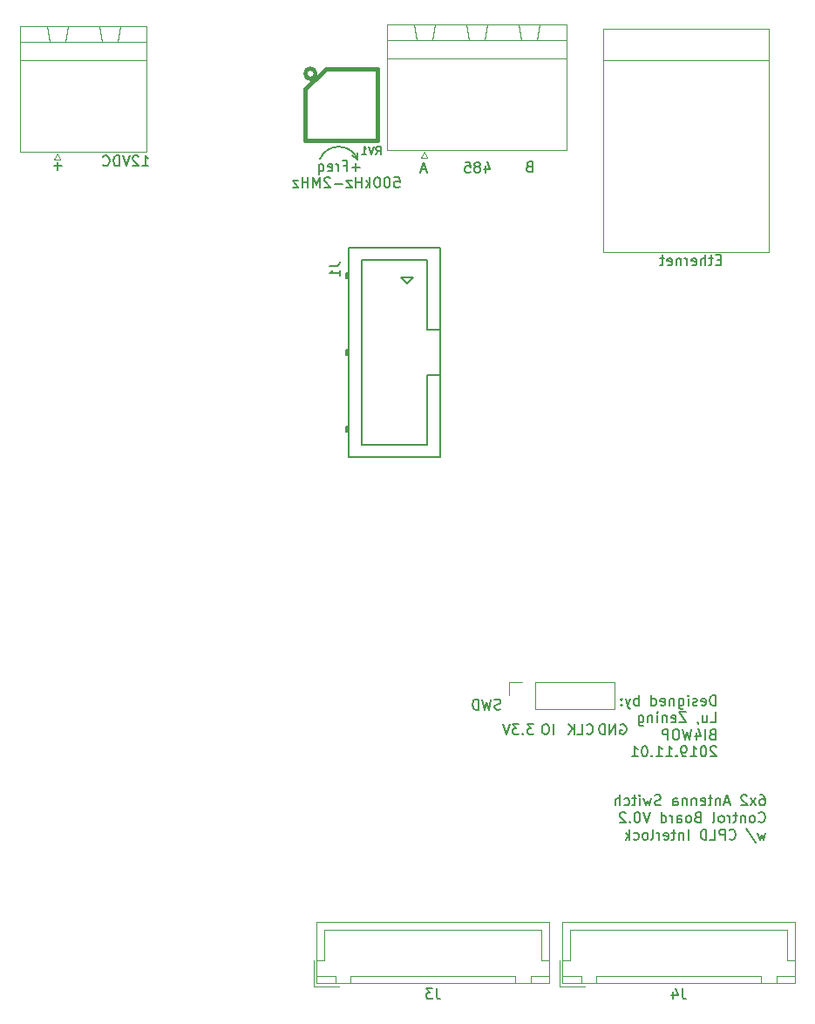
<source format=gbr>
%TF.GenerationSoftware,KiCad,Pcbnew,(5.1.4)-1*%
%TF.CreationDate,2019-11-01T19:47:46+08:00*%
%TF.ProjectId,AntennaSwitch_6x2,416e7465-6e6e-4615-9377-697463685f36,rev?*%
%TF.SameCoordinates,Original*%
%TF.FileFunction,Legend,Bot*%
%TF.FilePolarity,Positive*%
%FSLAX46Y46*%
G04 Gerber Fmt 4.6, Leading zero omitted, Abs format (unit mm)*
G04 Created by KiCad (PCBNEW (5.1.4)-1) date 2019-11-01 19:47:46*
%MOMM*%
%LPD*%
G04 APERTURE LIST*
%ADD10C,0.150000*%
%ADD11C,0.170000*%
%ADD12C,0.381000*%
%ADD13C,0.120000*%
%ADD14C,0.152400*%
G04 APERTURE END LIST*
D10*
X104798642Y-112990261D02*
X104655785Y-113037880D01*
X104417690Y-113037880D01*
X104322452Y-112990261D01*
X104274833Y-112942642D01*
X104227214Y-112847404D01*
X104227214Y-112752166D01*
X104274833Y-112656928D01*
X104322452Y-112609309D01*
X104417690Y-112561690D01*
X104608166Y-112514071D01*
X104703404Y-112466452D01*
X104751023Y-112418833D01*
X104798642Y-112323595D01*
X104798642Y-112228357D01*
X104751023Y-112133119D01*
X104703404Y-112085500D01*
X104608166Y-112037880D01*
X104370071Y-112037880D01*
X104227214Y-112085500D01*
X103893880Y-112037880D02*
X103655785Y-113037880D01*
X103465309Y-112323595D01*
X103274833Y-113037880D01*
X103036738Y-112037880D01*
X102655785Y-113037880D02*
X102655785Y-112037880D01*
X102417690Y-112037880D01*
X102274833Y-112085500D01*
X102179595Y-112180738D01*
X102131976Y-112275976D01*
X102084357Y-112466452D01*
X102084357Y-112609309D01*
X102131976Y-112799785D01*
X102179595Y-112895023D01*
X102274833Y-112990261D01*
X102417690Y-113037880D01*
X102655785Y-113037880D01*
X125699204Y-112632980D02*
X125699204Y-111632980D01*
X125461109Y-111632980D01*
X125318252Y-111680600D01*
X125223014Y-111775838D01*
X125175395Y-111871076D01*
X125127776Y-112061552D01*
X125127776Y-112204409D01*
X125175395Y-112394885D01*
X125223014Y-112490123D01*
X125318252Y-112585361D01*
X125461109Y-112632980D01*
X125699204Y-112632980D01*
X124318252Y-112585361D02*
X124413490Y-112632980D01*
X124603966Y-112632980D01*
X124699204Y-112585361D01*
X124746823Y-112490123D01*
X124746823Y-112109171D01*
X124699204Y-112013933D01*
X124603966Y-111966314D01*
X124413490Y-111966314D01*
X124318252Y-112013933D01*
X124270633Y-112109171D01*
X124270633Y-112204409D01*
X124746823Y-112299647D01*
X123889680Y-112585361D02*
X123794442Y-112632980D01*
X123603966Y-112632980D01*
X123508728Y-112585361D01*
X123461109Y-112490123D01*
X123461109Y-112442504D01*
X123508728Y-112347266D01*
X123603966Y-112299647D01*
X123746823Y-112299647D01*
X123842061Y-112252028D01*
X123889680Y-112156790D01*
X123889680Y-112109171D01*
X123842061Y-112013933D01*
X123746823Y-111966314D01*
X123603966Y-111966314D01*
X123508728Y-112013933D01*
X123032538Y-112632980D02*
X123032538Y-111966314D01*
X123032538Y-111632980D02*
X123080157Y-111680600D01*
X123032538Y-111728219D01*
X122984919Y-111680600D01*
X123032538Y-111632980D01*
X123032538Y-111728219D01*
X122127776Y-111966314D02*
X122127776Y-112775838D01*
X122175395Y-112871076D01*
X122223014Y-112918695D01*
X122318252Y-112966314D01*
X122461109Y-112966314D01*
X122556347Y-112918695D01*
X122127776Y-112585361D02*
X122223014Y-112632980D01*
X122413490Y-112632980D01*
X122508728Y-112585361D01*
X122556347Y-112537742D01*
X122603966Y-112442504D01*
X122603966Y-112156790D01*
X122556347Y-112061552D01*
X122508728Y-112013933D01*
X122413490Y-111966314D01*
X122223014Y-111966314D01*
X122127776Y-112013933D01*
X121651585Y-111966314D02*
X121651585Y-112632980D01*
X121651585Y-112061552D02*
X121603966Y-112013933D01*
X121508728Y-111966314D01*
X121365871Y-111966314D01*
X121270633Y-112013933D01*
X121223014Y-112109171D01*
X121223014Y-112632980D01*
X120365871Y-112585361D02*
X120461109Y-112632980D01*
X120651585Y-112632980D01*
X120746823Y-112585361D01*
X120794442Y-112490123D01*
X120794442Y-112109171D01*
X120746823Y-112013933D01*
X120651585Y-111966314D01*
X120461109Y-111966314D01*
X120365871Y-112013933D01*
X120318252Y-112109171D01*
X120318252Y-112204409D01*
X120794442Y-112299647D01*
X119461109Y-112632980D02*
X119461109Y-111632980D01*
X119461109Y-112585361D02*
X119556347Y-112632980D01*
X119746823Y-112632980D01*
X119842061Y-112585361D01*
X119889680Y-112537742D01*
X119937300Y-112442504D01*
X119937300Y-112156790D01*
X119889680Y-112061552D01*
X119842061Y-112013933D01*
X119746823Y-111966314D01*
X119556347Y-111966314D01*
X119461109Y-112013933D01*
X118223014Y-112632980D02*
X118223014Y-111632980D01*
X118223014Y-112013933D02*
X118127776Y-111966314D01*
X117937300Y-111966314D01*
X117842061Y-112013933D01*
X117794442Y-112061552D01*
X117746823Y-112156790D01*
X117746823Y-112442504D01*
X117794442Y-112537742D01*
X117842061Y-112585361D01*
X117937300Y-112632980D01*
X118127776Y-112632980D01*
X118223014Y-112585361D01*
X117413490Y-111966314D02*
X117175395Y-112632980D01*
X116937300Y-111966314D02*
X117175395Y-112632980D01*
X117270633Y-112871076D01*
X117318252Y-112918695D01*
X117413490Y-112966314D01*
X116556347Y-112537742D02*
X116508728Y-112585361D01*
X116556347Y-112632980D01*
X116603966Y-112585361D01*
X116556347Y-112537742D01*
X116556347Y-112632980D01*
X116556347Y-112013933D02*
X116508728Y-112061552D01*
X116556347Y-112109171D01*
X116603966Y-112061552D01*
X116556347Y-112013933D01*
X116556347Y-112109171D01*
X125223014Y-114282980D02*
X125699204Y-114282980D01*
X125699204Y-113282980D01*
X124461109Y-113616314D02*
X124461109Y-114282980D01*
X124889680Y-113616314D02*
X124889680Y-114140123D01*
X124842061Y-114235361D01*
X124746823Y-114282980D01*
X124603966Y-114282980D01*
X124508728Y-114235361D01*
X124461109Y-114187742D01*
X123937300Y-114235361D02*
X123937300Y-114282980D01*
X123984919Y-114378219D01*
X124032538Y-114425838D01*
X122842061Y-113282980D02*
X122175395Y-113282980D01*
X122842061Y-114282980D01*
X122175395Y-114282980D01*
X121413490Y-114235361D02*
X121508728Y-114282980D01*
X121699204Y-114282980D01*
X121794442Y-114235361D01*
X121842061Y-114140123D01*
X121842061Y-113759171D01*
X121794442Y-113663933D01*
X121699204Y-113616314D01*
X121508728Y-113616314D01*
X121413490Y-113663933D01*
X121365871Y-113759171D01*
X121365871Y-113854409D01*
X121842061Y-113949647D01*
X120937300Y-113616314D02*
X120937300Y-114282980D01*
X120937300Y-113711552D02*
X120889680Y-113663933D01*
X120794442Y-113616314D01*
X120651585Y-113616314D01*
X120556347Y-113663933D01*
X120508728Y-113759171D01*
X120508728Y-114282980D01*
X120032538Y-114282980D02*
X120032538Y-113616314D01*
X120032538Y-113282980D02*
X120080157Y-113330600D01*
X120032538Y-113378219D01*
X119984919Y-113330600D01*
X120032538Y-113282980D01*
X120032538Y-113378219D01*
X119556347Y-113616314D02*
X119556347Y-114282980D01*
X119556347Y-113711552D02*
X119508728Y-113663933D01*
X119413490Y-113616314D01*
X119270633Y-113616314D01*
X119175395Y-113663933D01*
X119127776Y-113759171D01*
X119127776Y-114282980D01*
X118223014Y-113616314D02*
X118223014Y-114425838D01*
X118270633Y-114521076D01*
X118318252Y-114568695D01*
X118413490Y-114616314D01*
X118556347Y-114616314D01*
X118651585Y-114568695D01*
X118223014Y-114235361D02*
X118318252Y-114282980D01*
X118508728Y-114282980D01*
X118603966Y-114235361D01*
X118651585Y-114187742D01*
X118699204Y-114092504D01*
X118699204Y-113806790D01*
X118651585Y-113711552D01*
X118603966Y-113663933D01*
X118508728Y-113616314D01*
X118318252Y-113616314D01*
X118223014Y-113663933D01*
X125365871Y-115409171D02*
X125223014Y-115456790D01*
X125175395Y-115504409D01*
X125127776Y-115599647D01*
X125127776Y-115742504D01*
X125175395Y-115837742D01*
X125223014Y-115885361D01*
X125318252Y-115932980D01*
X125699204Y-115932980D01*
X125699204Y-114932980D01*
X125365871Y-114932980D01*
X125270633Y-114980600D01*
X125223014Y-115028219D01*
X125175395Y-115123457D01*
X125175395Y-115218695D01*
X125223014Y-115313933D01*
X125270633Y-115361552D01*
X125365871Y-115409171D01*
X125699204Y-115409171D01*
X124699204Y-115932980D02*
X124699204Y-114932980D01*
X123794442Y-115266314D02*
X123794442Y-115932980D01*
X124032538Y-114885361D02*
X124270633Y-115599647D01*
X123651585Y-115599647D01*
X123365871Y-114932980D02*
X123127776Y-115932980D01*
X122937300Y-115218695D01*
X122746823Y-115932980D01*
X122508728Y-114932980D01*
X121937300Y-114932980D02*
X121746823Y-114932980D01*
X121651585Y-114980600D01*
X121556347Y-115075838D01*
X121508728Y-115266314D01*
X121508728Y-115599647D01*
X121556347Y-115790123D01*
X121651585Y-115885361D01*
X121746823Y-115932980D01*
X121937300Y-115932980D01*
X122032538Y-115885361D01*
X122127776Y-115790123D01*
X122175395Y-115599647D01*
X122175395Y-115266314D01*
X122127776Y-115075838D01*
X122032538Y-114980600D01*
X121937300Y-114932980D01*
X121080157Y-115932980D02*
X121080157Y-114932980D01*
X120699204Y-114932980D01*
X120603966Y-114980600D01*
X120556347Y-115028219D01*
X120508728Y-115123457D01*
X120508728Y-115266314D01*
X120556347Y-115361552D01*
X120603966Y-115409171D01*
X120699204Y-115456790D01*
X121080157Y-115456790D01*
X125746823Y-116678219D02*
X125699204Y-116630600D01*
X125603966Y-116582980D01*
X125365871Y-116582980D01*
X125270633Y-116630600D01*
X125223014Y-116678219D01*
X125175395Y-116773457D01*
X125175395Y-116868695D01*
X125223014Y-117011552D01*
X125794442Y-117582980D01*
X125175395Y-117582980D01*
X124556347Y-116582980D02*
X124461109Y-116582980D01*
X124365871Y-116630600D01*
X124318252Y-116678219D01*
X124270633Y-116773457D01*
X124223014Y-116963933D01*
X124223014Y-117202028D01*
X124270633Y-117392504D01*
X124318252Y-117487742D01*
X124365871Y-117535361D01*
X124461109Y-117582980D01*
X124556347Y-117582980D01*
X124651585Y-117535361D01*
X124699204Y-117487742D01*
X124746823Y-117392504D01*
X124794442Y-117202028D01*
X124794442Y-116963933D01*
X124746823Y-116773457D01*
X124699204Y-116678219D01*
X124651585Y-116630600D01*
X124556347Y-116582980D01*
X123270633Y-117582980D02*
X123842061Y-117582980D01*
X123556347Y-117582980D02*
X123556347Y-116582980D01*
X123651585Y-116725838D01*
X123746823Y-116821076D01*
X123842061Y-116868695D01*
X122794442Y-117582980D02*
X122603966Y-117582980D01*
X122508728Y-117535361D01*
X122461109Y-117487742D01*
X122365871Y-117344885D01*
X122318252Y-117154409D01*
X122318252Y-116773457D01*
X122365871Y-116678219D01*
X122413490Y-116630600D01*
X122508728Y-116582980D01*
X122699204Y-116582980D01*
X122794442Y-116630600D01*
X122842061Y-116678219D01*
X122889680Y-116773457D01*
X122889680Y-117011552D01*
X122842061Y-117106790D01*
X122794442Y-117154409D01*
X122699204Y-117202028D01*
X122508728Y-117202028D01*
X122413490Y-117154409D01*
X122365871Y-117106790D01*
X122318252Y-117011552D01*
X121889680Y-117487742D02*
X121842061Y-117535361D01*
X121889680Y-117582980D01*
X121937300Y-117535361D01*
X121889680Y-117487742D01*
X121889680Y-117582980D01*
X120889680Y-117582980D02*
X121461109Y-117582980D01*
X121175395Y-117582980D02*
X121175395Y-116582980D01*
X121270633Y-116725838D01*
X121365871Y-116821076D01*
X121461109Y-116868695D01*
X119937300Y-117582980D02*
X120508728Y-117582980D01*
X120223014Y-117582980D02*
X120223014Y-116582980D01*
X120318252Y-116725838D01*
X120413490Y-116821076D01*
X120508728Y-116868695D01*
X119508728Y-117487742D02*
X119461109Y-117535361D01*
X119508728Y-117582980D01*
X119556347Y-117535361D01*
X119508728Y-117487742D01*
X119508728Y-117582980D01*
X118842061Y-116582980D02*
X118746823Y-116582980D01*
X118651585Y-116630600D01*
X118603966Y-116678219D01*
X118556347Y-116773457D01*
X118508728Y-116963933D01*
X118508728Y-117202028D01*
X118556347Y-117392504D01*
X118603966Y-117487742D01*
X118651585Y-117535361D01*
X118746823Y-117582980D01*
X118842061Y-117582980D01*
X118937300Y-117535361D01*
X118984919Y-117487742D01*
X119032538Y-117392504D01*
X119080157Y-117202028D01*
X119080157Y-116963933D01*
X119032538Y-116773457D01*
X118984919Y-116678219D01*
X118937300Y-116630600D01*
X118842061Y-116582980D01*
X117556347Y-117582980D02*
X118127776Y-117582980D01*
X117842061Y-117582980D02*
X117842061Y-116582980D01*
X117937300Y-116725838D01*
X118032538Y-116821076D01*
X118127776Y-116868695D01*
D11*
X130032833Y-121327980D02*
X130223309Y-121327980D01*
X130318547Y-121375600D01*
X130366166Y-121423219D01*
X130461404Y-121566076D01*
X130509023Y-121756552D01*
X130509023Y-122137504D01*
X130461404Y-122232742D01*
X130413785Y-122280361D01*
X130318547Y-122327980D01*
X130128071Y-122327980D01*
X130032833Y-122280361D01*
X129985214Y-122232742D01*
X129937595Y-122137504D01*
X129937595Y-121899409D01*
X129985214Y-121804171D01*
X130032833Y-121756552D01*
X130128071Y-121708933D01*
X130318547Y-121708933D01*
X130413785Y-121756552D01*
X130461404Y-121804171D01*
X130509023Y-121899409D01*
X129604261Y-122327980D02*
X129080452Y-121661314D01*
X129604261Y-121661314D02*
X129080452Y-122327980D01*
X128747119Y-121423219D02*
X128699500Y-121375600D01*
X128604261Y-121327980D01*
X128366166Y-121327980D01*
X128270928Y-121375600D01*
X128223309Y-121423219D01*
X128175690Y-121518457D01*
X128175690Y-121613695D01*
X128223309Y-121756552D01*
X128794738Y-122327980D01*
X128175690Y-122327980D01*
X127032833Y-122042266D02*
X126556642Y-122042266D01*
X127128071Y-122327980D02*
X126794738Y-121327980D01*
X126461404Y-122327980D01*
X126128071Y-121661314D02*
X126128071Y-122327980D01*
X126128071Y-121756552D02*
X126080452Y-121708933D01*
X125985214Y-121661314D01*
X125842357Y-121661314D01*
X125747119Y-121708933D01*
X125699500Y-121804171D01*
X125699500Y-122327980D01*
X125366166Y-121661314D02*
X124985214Y-121661314D01*
X125223309Y-121327980D02*
X125223309Y-122185123D01*
X125175690Y-122280361D01*
X125080452Y-122327980D01*
X124985214Y-122327980D01*
X124270928Y-122280361D02*
X124366166Y-122327980D01*
X124556642Y-122327980D01*
X124651880Y-122280361D01*
X124699500Y-122185123D01*
X124699500Y-121804171D01*
X124651880Y-121708933D01*
X124556642Y-121661314D01*
X124366166Y-121661314D01*
X124270928Y-121708933D01*
X124223309Y-121804171D01*
X124223309Y-121899409D01*
X124699500Y-121994647D01*
X123794738Y-121661314D02*
X123794738Y-122327980D01*
X123794738Y-121756552D02*
X123747119Y-121708933D01*
X123651880Y-121661314D01*
X123509023Y-121661314D01*
X123413785Y-121708933D01*
X123366166Y-121804171D01*
X123366166Y-122327980D01*
X122889976Y-121661314D02*
X122889976Y-122327980D01*
X122889976Y-121756552D02*
X122842357Y-121708933D01*
X122747119Y-121661314D01*
X122604261Y-121661314D01*
X122509023Y-121708933D01*
X122461404Y-121804171D01*
X122461404Y-122327980D01*
X121556642Y-122327980D02*
X121556642Y-121804171D01*
X121604261Y-121708933D01*
X121699500Y-121661314D01*
X121889976Y-121661314D01*
X121985214Y-121708933D01*
X121556642Y-122280361D02*
X121651880Y-122327980D01*
X121889976Y-122327980D01*
X121985214Y-122280361D01*
X122032833Y-122185123D01*
X122032833Y-122089885D01*
X121985214Y-121994647D01*
X121889976Y-121947028D01*
X121651880Y-121947028D01*
X121556642Y-121899409D01*
X120366166Y-122280361D02*
X120223309Y-122327980D01*
X119985214Y-122327980D01*
X119889976Y-122280361D01*
X119842357Y-122232742D01*
X119794738Y-122137504D01*
X119794738Y-122042266D01*
X119842357Y-121947028D01*
X119889976Y-121899409D01*
X119985214Y-121851790D01*
X120175690Y-121804171D01*
X120270928Y-121756552D01*
X120318547Y-121708933D01*
X120366166Y-121613695D01*
X120366166Y-121518457D01*
X120318547Y-121423219D01*
X120270928Y-121375600D01*
X120175690Y-121327980D01*
X119937595Y-121327980D01*
X119794738Y-121375600D01*
X119461404Y-121661314D02*
X119270928Y-122327980D01*
X119080452Y-121851790D01*
X118889976Y-122327980D01*
X118699500Y-121661314D01*
X118318547Y-122327980D02*
X118318547Y-121661314D01*
X118318547Y-121327980D02*
X118366166Y-121375600D01*
X118318547Y-121423219D01*
X118270928Y-121375600D01*
X118318547Y-121327980D01*
X118318547Y-121423219D01*
X117985214Y-121661314D02*
X117604261Y-121661314D01*
X117842357Y-121327980D02*
X117842357Y-122185123D01*
X117794738Y-122280361D01*
X117699500Y-122327980D01*
X117604261Y-122327980D01*
X116842357Y-122280361D02*
X116937595Y-122327980D01*
X117128071Y-122327980D01*
X117223309Y-122280361D01*
X117270928Y-122232742D01*
X117318547Y-122137504D01*
X117318547Y-121851790D01*
X117270928Y-121756552D01*
X117223309Y-121708933D01*
X117128071Y-121661314D01*
X116937595Y-121661314D01*
X116842357Y-121708933D01*
X116413785Y-122327980D02*
X116413785Y-121327980D01*
X115985214Y-122327980D02*
X115985214Y-121804171D01*
X116032833Y-121708933D01*
X116128071Y-121661314D01*
X116270928Y-121661314D01*
X116366166Y-121708933D01*
X116413785Y-121756552D01*
X129889976Y-123902742D02*
X129937595Y-123950361D01*
X130080452Y-123997980D01*
X130175690Y-123997980D01*
X130318547Y-123950361D01*
X130413785Y-123855123D01*
X130461404Y-123759885D01*
X130509023Y-123569409D01*
X130509023Y-123426552D01*
X130461404Y-123236076D01*
X130413785Y-123140838D01*
X130318547Y-123045600D01*
X130175690Y-122997980D01*
X130080452Y-122997980D01*
X129937595Y-123045600D01*
X129889976Y-123093219D01*
X129318547Y-123997980D02*
X129413785Y-123950361D01*
X129461404Y-123902742D01*
X129509023Y-123807504D01*
X129509023Y-123521790D01*
X129461404Y-123426552D01*
X129413785Y-123378933D01*
X129318547Y-123331314D01*
X129175690Y-123331314D01*
X129080452Y-123378933D01*
X129032833Y-123426552D01*
X128985214Y-123521790D01*
X128985214Y-123807504D01*
X129032833Y-123902742D01*
X129080452Y-123950361D01*
X129175690Y-123997980D01*
X129318547Y-123997980D01*
X128556642Y-123331314D02*
X128556642Y-123997980D01*
X128556642Y-123426552D02*
X128509023Y-123378933D01*
X128413785Y-123331314D01*
X128270928Y-123331314D01*
X128175690Y-123378933D01*
X128128071Y-123474171D01*
X128128071Y-123997980D01*
X127794738Y-123331314D02*
X127413785Y-123331314D01*
X127651880Y-122997980D02*
X127651880Y-123855123D01*
X127604261Y-123950361D01*
X127509023Y-123997980D01*
X127413785Y-123997980D01*
X127080452Y-123997980D02*
X127080452Y-123331314D01*
X127080452Y-123521790D02*
X127032833Y-123426552D01*
X126985214Y-123378933D01*
X126889976Y-123331314D01*
X126794738Y-123331314D01*
X126318547Y-123997980D02*
X126413785Y-123950361D01*
X126461404Y-123902742D01*
X126509023Y-123807504D01*
X126509023Y-123521790D01*
X126461404Y-123426552D01*
X126413785Y-123378933D01*
X126318547Y-123331314D01*
X126175690Y-123331314D01*
X126080452Y-123378933D01*
X126032833Y-123426552D01*
X125985214Y-123521790D01*
X125985214Y-123807504D01*
X126032833Y-123902742D01*
X126080452Y-123950361D01*
X126175690Y-123997980D01*
X126318547Y-123997980D01*
X125413785Y-123997980D02*
X125509023Y-123950361D01*
X125556642Y-123855123D01*
X125556642Y-122997980D01*
X123937595Y-123474171D02*
X123794738Y-123521790D01*
X123747119Y-123569409D01*
X123699500Y-123664647D01*
X123699500Y-123807504D01*
X123747119Y-123902742D01*
X123794738Y-123950361D01*
X123889976Y-123997980D01*
X124270928Y-123997980D01*
X124270928Y-122997980D01*
X123937595Y-122997980D01*
X123842357Y-123045600D01*
X123794738Y-123093219D01*
X123747119Y-123188457D01*
X123747119Y-123283695D01*
X123794738Y-123378933D01*
X123842357Y-123426552D01*
X123937595Y-123474171D01*
X124270928Y-123474171D01*
X123128071Y-123997980D02*
X123223309Y-123950361D01*
X123270928Y-123902742D01*
X123318547Y-123807504D01*
X123318547Y-123521790D01*
X123270928Y-123426552D01*
X123223309Y-123378933D01*
X123128071Y-123331314D01*
X122985214Y-123331314D01*
X122889976Y-123378933D01*
X122842357Y-123426552D01*
X122794738Y-123521790D01*
X122794738Y-123807504D01*
X122842357Y-123902742D01*
X122889976Y-123950361D01*
X122985214Y-123997980D01*
X123128071Y-123997980D01*
X121937595Y-123997980D02*
X121937595Y-123474171D01*
X121985214Y-123378933D01*
X122080452Y-123331314D01*
X122270928Y-123331314D01*
X122366166Y-123378933D01*
X121937595Y-123950361D02*
X122032833Y-123997980D01*
X122270928Y-123997980D01*
X122366166Y-123950361D01*
X122413785Y-123855123D01*
X122413785Y-123759885D01*
X122366166Y-123664647D01*
X122270928Y-123617028D01*
X122032833Y-123617028D01*
X121937595Y-123569409D01*
X121461404Y-123997980D02*
X121461404Y-123331314D01*
X121461404Y-123521790D02*
X121413785Y-123426552D01*
X121366166Y-123378933D01*
X121270928Y-123331314D01*
X121175690Y-123331314D01*
X120413785Y-123997980D02*
X120413785Y-122997980D01*
X120413785Y-123950361D02*
X120509023Y-123997980D01*
X120699500Y-123997980D01*
X120794738Y-123950361D01*
X120842357Y-123902742D01*
X120889976Y-123807504D01*
X120889976Y-123521790D01*
X120842357Y-123426552D01*
X120794738Y-123378933D01*
X120699500Y-123331314D01*
X120509023Y-123331314D01*
X120413785Y-123378933D01*
X119318547Y-122997980D02*
X118985214Y-123997980D01*
X118651880Y-122997980D01*
X118128071Y-122997980D02*
X118032833Y-122997980D01*
X117937595Y-123045600D01*
X117889976Y-123093219D01*
X117842357Y-123188457D01*
X117794738Y-123378933D01*
X117794738Y-123617028D01*
X117842357Y-123807504D01*
X117889976Y-123902742D01*
X117937595Y-123950361D01*
X118032833Y-123997980D01*
X118128071Y-123997980D01*
X118223309Y-123950361D01*
X118270928Y-123902742D01*
X118318547Y-123807504D01*
X118366166Y-123617028D01*
X118366166Y-123378933D01*
X118318547Y-123188457D01*
X118270928Y-123093219D01*
X118223309Y-123045600D01*
X118128071Y-122997980D01*
X117366166Y-123902742D02*
X117318547Y-123950361D01*
X117366166Y-123997980D01*
X117413785Y-123950361D01*
X117366166Y-123902742D01*
X117366166Y-123997980D01*
X116937595Y-123093219D02*
X116889976Y-123045600D01*
X116794738Y-122997980D01*
X116556642Y-122997980D01*
X116461404Y-123045600D01*
X116413785Y-123093219D01*
X116366166Y-123188457D01*
X116366166Y-123283695D01*
X116413785Y-123426552D01*
X116985214Y-123997980D01*
X116366166Y-123997980D01*
X130556642Y-125001314D02*
X130366166Y-125667980D01*
X130175690Y-125191790D01*
X129985214Y-125667980D01*
X129794738Y-125001314D01*
X128699500Y-124620361D02*
X129556642Y-125906076D01*
X127032833Y-125572742D02*
X127080452Y-125620361D01*
X127223309Y-125667980D01*
X127318547Y-125667980D01*
X127461404Y-125620361D01*
X127556642Y-125525123D01*
X127604261Y-125429885D01*
X127651880Y-125239409D01*
X127651880Y-125096552D01*
X127604261Y-124906076D01*
X127556642Y-124810838D01*
X127461404Y-124715600D01*
X127318547Y-124667980D01*
X127223309Y-124667980D01*
X127080452Y-124715600D01*
X127032833Y-124763219D01*
X126604261Y-125667980D02*
X126604261Y-124667980D01*
X126223309Y-124667980D01*
X126128071Y-124715600D01*
X126080452Y-124763219D01*
X126032833Y-124858457D01*
X126032833Y-125001314D01*
X126080452Y-125096552D01*
X126128071Y-125144171D01*
X126223309Y-125191790D01*
X126604261Y-125191790D01*
X125128071Y-125667980D02*
X125604261Y-125667980D01*
X125604261Y-124667980D01*
X124794738Y-125667980D02*
X124794738Y-124667980D01*
X124556642Y-124667980D01*
X124413785Y-124715600D01*
X124318547Y-124810838D01*
X124270928Y-124906076D01*
X124223309Y-125096552D01*
X124223309Y-125239409D01*
X124270928Y-125429885D01*
X124318547Y-125525123D01*
X124413785Y-125620361D01*
X124556642Y-125667980D01*
X124794738Y-125667980D01*
X123032833Y-125667980D02*
X123032833Y-124667980D01*
X122556642Y-125001314D02*
X122556642Y-125667980D01*
X122556642Y-125096552D02*
X122509023Y-125048933D01*
X122413785Y-125001314D01*
X122270928Y-125001314D01*
X122175690Y-125048933D01*
X122128071Y-125144171D01*
X122128071Y-125667980D01*
X121794738Y-125001314D02*
X121413785Y-125001314D01*
X121651880Y-124667980D02*
X121651880Y-125525123D01*
X121604261Y-125620361D01*
X121509023Y-125667980D01*
X121413785Y-125667980D01*
X120699500Y-125620361D02*
X120794738Y-125667980D01*
X120985214Y-125667980D01*
X121080452Y-125620361D01*
X121128071Y-125525123D01*
X121128071Y-125144171D01*
X121080452Y-125048933D01*
X120985214Y-125001314D01*
X120794738Y-125001314D01*
X120699500Y-125048933D01*
X120651880Y-125144171D01*
X120651880Y-125239409D01*
X121128071Y-125334647D01*
X120223309Y-125667980D02*
X120223309Y-125001314D01*
X120223309Y-125191790D02*
X120175690Y-125096552D01*
X120128071Y-125048933D01*
X120032833Y-125001314D01*
X119937595Y-125001314D01*
X119461404Y-125667980D02*
X119556642Y-125620361D01*
X119604261Y-125525123D01*
X119604261Y-124667980D01*
X118937595Y-125667980D02*
X119032833Y-125620361D01*
X119080452Y-125572742D01*
X119128071Y-125477504D01*
X119128071Y-125191790D01*
X119080452Y-125096552D01*
X119032833Y-125048933D01*
X118937595Y-125001314D01*
X118794738Y-125001314D01*
X118699500Y-125048933D01*
X118651880Y-125096552D01*
X118604261Y-125191790D01*
X118604261Y-125477504D01*
X118651880Y-125572742D01*
X118699500Y-125620361D01*
X118794738Y-125667980D01*
X118937595Y-125667980D01*
X117747119Y-125620361D02*
X117842357Y-125667980D01*
X118032833Y-125667980D01*
X118128071Y-125620361D01*
X118175690Y-125572742D01*
X118223309Y-125477504D01*
X118223309Y-125191790D01*
X118175690Y-125096552D01*
X118128071Y-125048933D01*
X118032833Y-125001314D01*
X117842357Y-125001314D01*
X117747119Y-125048933D01*
X117318547Y-125667980D02*
X117318547Y-124667980D01*
X117223309Y-125287028D02*
X116937595Y-125667980D01*
X116937595Y-125001314D02*
X117318547Y-125382266D01*
D10*
X116458904Y-114498500D02*
X116554142Y-114450880D01*
X116697000Y-114450880D01*
X116839857Y-114498500D01*
X116935095Y-114593738D01*
X116982714Y-114688976D01*
X117030333Y-114879452D01*
X117030333Y-115022309D01*
X116982714Y-115212785D01*
X116935095Y-115308023D01*
X116839857Y-115403261D01*
X116697000Y-115450880D01*
X116601761Y-115450880D01*
X116458904Y-115403261D01*
X116411285Y-115355642D01*
X116411285Y-115022309D01*
X116601761Y-115022309D01*
X115982714Y-115450880D02*
X115982714Y-114450880D01*
X115411285Y-115450880D01*
X115411285Y-114450880D01*
X114935095Y-115450880D02*
X114935095Y-114450880D01*
X114697000Y-114450880D01*
X114554142Y-114498500D01*
X114458904Y-114593738D01*
X114411285Y-114688976D01*
X114363666Y-114879452D01*
X114363666Y-115022309D01*
X114411285Y-115212785D01*
X114458904Y-115308023D01*
X114554142Y-115403261D01*
X114697000Y-115450880D01*
X114935095Y-115450880D01*
X108029190Y-114450880D02*
X107410142Y-114450880D01*
X107743476Y-114831833D01*
X107600619Y-114831833D01*
X107505380Y-114879452D01*
X107457761Y-114927071D01*
X107410142Y-115022309D01*
X107410142Y-115260404D01*
X107457761Y-115355642D01*
X107505380Y-115403261D01*
X107600619Y-115450880D01*
X107886333Y-115450880D01*
X107981571Y-115403261D01*
X108029190Y-115355642D01*
X106981571Y-115355642D02*
X106933952Y-115403261D01*
X106981571Y-115450880D01*
X107029190Y-115403261D01*
X106981571Y-115355642D01*
X106981571Y-115450880D01*
X106600619Y-114450880D02*
X105981571Y-114450880D01*
X106314904Y-114831833D01*
X106172047Y-114831833D01*
X106076809Y-114879452D01*
X106029190Y-114927071D01*
X105981571Y-115022309D01*
X105981571Y-115260404D01*
X106029190Y-115355642D01*
X106076809Y-115403261D01*
X106172047Y-115450880D01*
X106457761Y-115450880D01*
X106553000Y-115403261D01*
X106600619Y-115355642D01*
X105695857Y-114450880D02*
X105362523Y-115450880D01*
X105029190Y-114450880D01*
X113180738Y-115355642D02*
X113228357Y-115403261D01*
X113371214Y-115450880D01*
X113466452Y-115450880D01*
X113609309Y-115403261D01*
X113704547Y-115308023D01*
X113752166Y-115212785D01*
X113799785Y-115022309D01*
X113799785Y-114879452D01*
X113752166Y-114688976D01*
X113704547Y-114593738D01*
X113609309Y-114498500D01*
X113466452Y-114450880D01*
X113371214Y-114450880D01*
X113228357Y-114498500D01*
X113180738Y-114546119D01*
X112275976Y-115450880D02*
X112752166Y-115450880D01*
X112752166Y-114450880D01*
X111942642Y-115450880D02*
X111942642Y-114450880D01*
X111371214Y-115450880D02*
X111799785Y-114879452D01*
X111371214Y-114450880D02*
X111942642Y-115022309D01*
X109934309Y-115450880D02*
X109934309Y-114450880D01*
X109267642Y-114450880D02*
X109077166Y-114450880D01*
X108981928Y-114498500D01*
X108886690Y-114593738D01*
X108839071Y-114784214D01*
X108839071Y-115117547D01*
X108886690Y-115308023D01*
X108981928Y-115403261D01*
X109077166Y-115450880D01*
X109267642Y-115450880D01*
X109362880Y-115403261D01*
X109458119Y-115308023D01*
X109505738Y-115117547D01*
X109505738Y-114784214D01*
X109458119Y-114593738D01*
X109362880Y-114498500D01*
X109267642Y-114450880D01*
X126174142Y-69397571D02*
X125840809Y-69397571D01*
X125697952Y-69921380D02*
X126174142Y-69921380D01*
X126174142Y-68921380D01*
X125697952Y-68921380D01*
X125412238Y-69254714D02*
X125031285Y-69254714D01*
X125269380Y-68921380D02*
X125269380Y-69778523D01*
X125221761Y-69873761D01*
X125126523Y-69921380D01*
X125031285Y-69921380D01*
X124697952Y-69921380D02*
X124697952Y-68921380D01*
X124269380Y-69921380D02*
X124269380Y-69397571D01*
X124317000Y-69302333D01*
X124412238Y-69254714D01*
X124555095Y-69254714D01*
X124650333Y-69302333D01*
X124697952Y-69349952D01*
X123412238Y-69873761D02*
X123507476Y-69921380D01*
X123697952Y-69921380D01*
X123793190Y-69873761D01*
X123840809Y-69778523D01*
X123840809Y-69397571D01*
X123793190Y-69302333D01*
X123697952Y-69254714D01*
X123507476Y-69254714D01*
X123412238Y-69302333D01*
X123364619Y-69397571D01*
X123364619Y-69492809D01*
X123840809Y-69588047D01*
X122936047Y-69921380D02*
X122936047Y-69254714D01*
X122936047Y-69445190D02*
X122888428Y-69349952D01*
X122840809Y-69302333D01*
X122745571Y-69254714D01*
X122650333Y-69254714D01*
X122317000Y-69254714D02*
X122317000Y-69921380D01*
X122317000Y-69349952D02*
X122269380Y-69302333D01*
X122174142Y-69254714D01*
X122031285Y-69254714D01*
X121936047Y-69302333D01*
X121888428Y-69397571D01*
X121888428Y-69921380D01*
X121031285Y-69873761D02*
X121126523Y-69921380D01*
X121317000Y-69921380D01*
X121412238Y-69873761D01*
X121459857Y-69778523D01*
X121459857Y-69397571D01*
X121412238Y-69302333D01*
X121317000Y-69254714D01*
X121126523Y-69254714D01*
X121031285Y-69302333D01*
X120983666Y-69397571D01*
X120983666Y-69492809D01*
X121459857Y-69588047D01*
X120697952Y-69254714D02*
X120317000Y-69254714D01*
X120555095Y-68921380D02*
X120555095Y-69778523D01*
X120507476Y-69873761D01*
X120412238Y-69921380D01*
X120317000Y-69921380D01*
X107561071Y-60317071D02*
X107418214Y-60364690D01*
X107370595Y-60412309D01*
X107322976Y-60507547D01*
X107322976Y-60650404D01*
X107370595Y-60745642D01*
X107418214Y-60793261D01*
X107513452Y-60840880D01*
X107894404Y-60840880D01*
X107894404Y-59840880D01*
X107561071Y-59840880D01*
X107465833Y-59888500D01*
X107418214Y-59936119D01*
X107370595Y-60031357D01*
X107370595Y-60126595D01*
X107418214Y-60221833D01*
X107465833Y-60269452D01*
X107561071Y-60317071D01*
X107894404Y-60317071D01*
X97583595Y-60618666D02*
X97107404Y-60618666D01*
X97678833Y-60904380D02*
X97345500Y-59904380D01*
X97012166Y-60904380D01*
X103314404Y-60237714D02*
X103314404Y-60904380D01*
X103552500Y-59856761D02*
X103790595Y-60571047D01*
X103171547Y-60571047D01*
X102647738Y-60332952D02*
X102742976Y-60285333D01*
X102790595Y-60237714D01*
X102838214Y-60142476D01*
X102838214Y-60094857D01*
X102790595Y-59999619D01*
X102742976Y-59952000D01*
X102647738Y-59904380D01*
X102457261Y-59904380D01*
X102362023Y-59952000D01*
X102314404Y-59999619D01*
X102266785Y-60094857D01*
X102266785Y-60142476D01*
X102314404Y-60237714D01*
X102362023Y-60285333D01*
X102457261Y-60332952D01*
X102647738Y-60332952D01*
X102742976Y-60380571D01*
X102790595Y-60428190D01*
X102838214Y-60523428D01*
X102838214Y-60713904D01*
X102790595Y-60809142D01*
X102742976Y-60856761D01*
X102647738Y-60904380D01*
X102457261Y-60904380D01*
X102362023Y-60856761D01*
X102314404Y-60809142D01*
X102266785Y-60713904D01*
X102266785Y-60523428D01*
X102314404Y-60428190D01*
X102362023Y-60380571D01*
X102457261Y-60332952D01*
X101362023Y-59904380D02*
X101838214Y-59904380D01*
X101885833Y-60380571D01*
X101838214Y-60332952D01*
X101742976Y-60285333D01*
X101504880Y-60285333D01*
X101409642Y-60332952D01*
X101362023Y-60380571D01*
X101314404Y-60475809D01*
X101314404Y-60713904D01*
X101362023Y-60809142D01*
X101409642Y-60856761D01*
X101504880Y-60904380D01*
X101742976Y-60904380D01*
X101838214Y-60856761D01*
X101885833Y-60809142D01*
X94495357Y-61364880D02*
X94971547Y-61364880D01*
X95019166Y-61841071D01*
X94971547Y-61793452D01*
X94876309Y-61745833D01*
X94638214Y-61745833D01*
X94542976Y-61793452D01*
X94495357Y-61841071D01*
X94447738Y-61936309D01*
X94447738Y-62174404D01*
X94495357Y-62269642D01*
X94542976Y-62317261D01*
X94638214Y-62364880D01*
X94876309Y-62364880D01*
X94971547Y-62317261D01*
X95019166Y-62269642D01*
X93828690Y-61364880D02*
X93733452Y-61364880D01*
X93638214Y-61412500D01*
X93590595Y-61460119D01*
X93542976Y-61555357D01*
X93495357Y-61745833D01*
X93495357Y-61983928D01*
X93542976Y-62174404D01*
X93590595Y-62269642D01*
X93638214Y-62317261D01*
X93733452Y-62364880D01*
X93828690Y-62364880D01*
X93923928Y-62317261D01*
X93971547Y-62269642D01*
X94019166Y-62174404D01*
X94066785Y-61983928D01*
X94066785Y-61745833D01*
X94019166Y-61555357D01*
X93971547Y-61460119D01*
X93923928Y-61412500D01*
X93828690Y-61364880D01*
X92876309Y-61364880D02*
X92781071Y-61364880D01*
X92685833Y-61412500D01*
X92638214Y-61460119D01*
X92590595Y-61555357D01*
X92542976Y-61745833D01*
X92542976Y-61983928D01*
X92590595Y-62174404D01*
X92638214Y-62269642D01*
X92685833Y-62317261D01*
X92781071Y-62364880D01*
X92876309Y-62364880D01*
X92971547Y-62317261D01*
X93019166Y-62269642D01*
X93066785Y-62174404D01*
X93114404Y-61983928D01*
X93114404Y-61745833D01*
X93066785Y-61555357D01*
X93019166Y-61460119D01*
X92971547Y-61412500D01*
X92876309Y-61364880D01*
X92114404Y-62364880D02*
X92114404Y-61364880D01*
X92019166Y-61983928D02*
X91733452Y-62364880D01*
X91733452Y-61698214D02*
X92114404Y-62079166D01*
X91304880Y-62364880D02*
X91304880Y-61364880D01*
X91304880Y-61841071D02*
X90733452Y-61841071D01*
X90733452Y-62364880D02*
X90733452Y-61364880D01*
X90352500Y-61698214D02*
X89828690Y-61698214D01*
X90352500Y-62364880D01*
X89828690Y-62364880D01*
X89447738Y-61983928D02*
X88685833Y-61983928D01*
X88257261Y-61460119D02*
X88209642Y-61412500D01*
X88114404Y-61364880D01*
X87876309Y-61364880D01*
X87781071Y-61412500D01*
X87733452Y-61460119D01*
X87685833Y-61555357D01*
X87685833Y-61650595D01*
X87733452Y-61793452D01*
X88304880Y-62364880D01*
X87685833Y-62364880D01*
X87257261Y-62364880D02*
X87257261Y-61364880D01*
X86923928Y-62079166D01*
X86590595Y-61364880D01*
X86590595Y-62364880D01*
X86114404Y-62364880D02*
X86114404Y-61364880D01*
X86114404Y-61841071D02*
X85542976Y-61841071D01*
X85542976Y-62364880D02*
X85542976Y-61364880D01*
X85162023Y-61698214D02*
X84638214Y-61698214D01*
X85162023Y-62364880D01*
X84638214Y-62364880D01*
X91154000Y-60396428D02*
X90392095Y-60396428D01*
X90773047Y-60777380D02*
X90773047Y-60015476D01*
X89582571Y-60253571D02*
X89915904Y-60253571D01*
X89915904Y-60777380D02*
X89915904Y-59777380D01*
X89439714Y-59777380D01*
X89058761Y-60777380D02*
X89058761Y-60110714D01*
X89058761Y-60301190D02*
X89011142Y-60205952D01*
X88963523Y-60158333D01*
X88868285Y-60110714D01*
X88773047Y-60110714D01*
X88058761Y-60729761D02*
X88154000Y-60777380D01*
X88344476Y-60777380D01*
X88439714Y-60729761D01*
X88487333Y-60634523D01*
X88487333Y-60253571D01*
X88439714Y-60158333D01*
X88344476Y-60110714D01*
X88154000Y-60110714D01*
X88058761Y-60158333D01*
X88011142Y-60253571D01*
X88011142Y-60348809D01*
X88487333Y-60444047D01*
X87154000Y-60110714D02*
X87154000Y-61110714D01*
X87154000Y-60729761D02*
X87249238Y-60777380D01*
X87439714Y-60777380D01*
X87534952Y-60729761D01*
X87582571Y-60682142D01*
X87630190Y-60586904D01*
X87630190Y-60301190D01*
X87582571Y-60205952D01*
X87534952Y-60158333D01*
X87439714Y-60110714D01*
X87249238Y-60110714D01*
X87154000Y-60158333D01*
D11*
X90931998Y-59626501D02*
X90424000Y-59245500D01*
X90932000Y-59626500D02*
X90868500Y-58991500D01*
X90931450Y-59625177D02*
G75*
G03X87249000Y-59626500I-1840951J-763322D01*
G01*
D10*
X62166452Y-60269428D02*
X61404547Y-60269428D01*
X61785500Y-60650380D02*
X61785500Y-59888476D01*
X70008547Y-60269380D02*
X70579976Y-60269380D01*
X70294261Y-60269380D02*
X70294261Y-59269380D01*
X70389500Y-59412238D01*
X70484738Y-59507476D01*
X70579976Y-59555095D01*
X69627595Y-59364619D02*
X69579976Y-59317000D01*
X69484738Y-59269380D01*
X69246642Y-59269380D01*
X69151404Y-59317000D01*
X69103785Y-59364619D01*
X69056166Y-59459857D01*
X69056166Y-59555095D01*
X69103785Y-59697952D01*
X69675214Y-60269380D01*
X69056166Y-60269380D01*
X68770452Y-59269380D02*
X68437119Y-60269380D01*
X68103785Y-59269380D01*
X67770452Y-60269380D02*
X67770452Y-59269380D01*
X67532357Y-59269380D01*
X67389500Y-59317000D01*
X67294261Y-59412238D01*
X67246642Y-59507476D01*
X67199023Y-59697952D01*
X67199023Y-59840809D01*
X67246642Y-60031285D01*
X67294261Y-60126523D01*
X67389500Y-60221761D01*
X67532357Y-60269380D01*
X67770452Y-60269380D01*
X66199023Y-60174142D02*
X66246642Y-60221761D01*
X66389500Y-60269380D01*
X66484738Y-60269380D01*
X66627595Y-60221761D01*
X66722833Y-60126523D01*
X66770452Y-60031285D01*
X66818071Y-59840809D01*
X66818071Y-59697952D01*
X66770452Y-59507476D01*
X66722833Y-59412238D01*
X66627595Y-59317000D01*
X66484738Y-59269380D01*
X66389500Y-59269380D01*
X66246642Y-59317000D01*
X66199023Y-59364619D01*
X98958000Y-68209000D02*
X90018000Y-68209000D01*
X90018000Y-68209000D02*
X90018000Y-88509000D01*
X90018000Y-88509000D02*
X98958000Y-88509000D01*
X98958000Y-88509000D02*
X98958000Y-68209000D01*
X98958000Y-76134000D02*
X97658000Y-76134000D01*
X97658000Y-76134000D02*
X97658000Y-69409000D01*
X97658000Y-69409000D02*
X91318000Y-69409000D01*
X91318000Y-69409000D02*
X91318000Y-87309000D01*
X91318000Y-87309000D02*
X97658000Y-87309000D01*
X97658000Y-87309000D02*
X97658000Y-80584000D01*
X97658000Y-80584000D02*
X98958000Y-80584000D01*
X90018000Y-78109000D02*
X89818000Y-78109000D01*
X89818000Y-78109000D02*
X89818000Y-78609000D01*
X89818000Y-78609000D02*
X90018000Y-78609000D01*
X89918000Y-78109000D02*
X89918000Y-78609000D01*
X90018000Y-85589000D02*
X89818000Y-85589000D01*
X89818000Y-85589000D02*
X89818000Y-86089000D01*
X89818000Y-86089000D02*
X90018000Y-86089000D01*
X89918000Y-85589000D02*
X89918000Y-86089000D01*
X90018000Y-70629000D02*
X89818000Y-70629000D01*
X89818000Y-70629000D02*
X89818000Y-71129000D01*
X89818000Y-71129000D02*
X90018000Y-71129000D01*
X89918000Y-70629000D02*
X89918000Y-71129000D01*
X96358000Y-71079000D02*
X95158000Y-71079000D01*
X95158000Y-71079000D02*
X95758000Y-71679000D01*
X95758000Y-71679000D02*
X96358000Y-71079000D01*
D12*
X85838400Y-52805200D02*
X85838400Y-57805200D01*
X87838400Y-50805200D02*
X92838400Y-50805200D01*
X85838400Y-52805200D02*
X87838400Y-50805200D01*
X86838400Y-51305200D02*
G75*
G03X86838400Y-51305200I-500000J0D01*
G01*
X85838400Y-57805200D02*
X92838400Y-57805200D01*
X92838400Y-57805200D02*
X92838400Y-50805200D01*
D13*
X58134000Y-58849000D02*
X58134000Y-46689000D01*
X58134000Y-46689000D02*
X70454000Y-46689000D01*
X70454000Y-46689000D02*
X70454000Y-58849000D01*
X70454000Y-58849000D02*
X58134000Y-58849000D01*
X58134000Y-48189000D02*
X58134000Y-49989000D01*
X58134000Y-49989000D02*
X70454000Y-49989000D01*
X70454000Y-49989000D02*
X70454000Y-48189000D01*
X70454000Y-48189000D02*
X58134000Y-48189000D01*
X60754000Y-46689000D02*
X62754000Y-46689000D01*
X62754000Y-46689000D02*
X62504000Y-48189000D01*
X62504000Y-48189000D02*
X61004000Y-48189000D01*
X61004000Y-48189000D02*
X60754000Y-46689000D01*
X65834000Y-46689000D02*
X67834000Y-46689000D01*
X67834000Y-46689000D02*
X67584000Y-48189000D01*
X67584000Y-48189000D02*
X66084000Y-48189000D01*
X66084000Y-48189000D02*
X65834000Y-46689000D01*
X62054000Y-59649000D02*
X61754000Y-59049000D01*
X61754000Y-59049000D02*
X61454000Y-59649000D01*
X61454000Y-59649000D02*
X62054000Y-59649000D01*
X93789000Y-58722000D02*
X93789000Y-46562000D01*
X93789000Y-46562000D02*
X111189000Y-46562000D01*
X111189000Y-46562000D02*
X111189000Y-58722000D01*
X111189000Y-58722000D02*
X93789000Y-58722000D01*
X93789000Y-48062000D02*
X93789000Y-49862000D01*
X93789000Y-49862000D02*
X111189000Y-49862000D01*
X111189000Y-49862000D02*
X111189000Y-48062000D01*
X111189000Y-48062000D02*
X93789000Y-48062000D01*
X96409000Y-46562000D02*
X98409000Y-46562000D01*
X98409000Y-46562000D02*
X98159000Y-48062000D01*
X98159000Y-48062000D02*
X96659000Y-48062000D01*
X96659000Y-48062000D02*
X96409000Y-46562000D01*
X101489000Y-46562000D02*
X103489000Y-46562000D01*
X103489000Y-46562000D02*
X103239000Y-48062000D01*
X103239000Y-48062000D02*
X101739000Y-48062000D01*
X101739000Y-48062000D02*
X101489000Y-46562000D01*
X106569000Y-46562000D02*
X108569000Y-46562000D01*
X108569000Y-46562000D02*
X108319000Y-48062000D01*
X108319000Y-48062000D02*
X106819000Y-48062000D01*
X106819000Y-48062000D02*
X106569000Y-46562000D01*
X97709000Y-59522000D02*
X97409000Y-58922000D01*
X97409000Y-58922000D02*
X97109000Y-59522000D01*
X97109000Y-59522000D02*
X97709000Y-59522000D01*
X115884000Y-110328000D02*
X115884000Y-112988000D01*
X108204000Y-110328000D02*
X115884000Y-110328000D01*
X108204000Y-112988000D02*
X115884000Y-112988000D01*
X108204000Y-110328000D02*
X108204000Y-112988000D01*
X106934000Y-110328000D02*
X105604000Y-110328000D01*
X105604000Y-110328000D02*
X105604000Y-111658000D01*
X130876000Y-49992000D02*
X114776000Y-50012000D01*
X114776000Y-68592000D02*
X114776000Y-46992000D01*
X130876000Y-46992000D02*
X130876000Y-68592000D01*
X130876000Y-68592000D02*
X114776000Y-68592000D01*
X130876000Y-46992000D02*
X114776000Y-46992000D01*
X110830000Y-139610000D02*
X110830000Y-133660000D01*
X110830000Y-133660000D02*
X133430000Y-133660000D01*
X133430000Y-133660000D02*
X133430000Y-139610000D01*
X133430000Y-139610000D02*
X110830000Y-139610000D01*
X114130000Y-139610000D02*
X114130000Y-138860000D01*
X114130000Y-138860000D02*
X130130000Y-138860000D01*
X130130000Y-138860000D02*
X130130000Y-139610000D01*
X130130000Y-139610000D02*
X114130000Y-139610000D01*
X110830000Y-139610000D02*
X110830000Y-138860000D01*
X110830000Y-138860000D02*
X112630000Y-138860000D01*
X112630000Y-138860000D02*
X112630000Y-139610000D01*
X112630000Y-139610000D02*
X110830000Y-139610000D01*
X131630000Y-139610000D02*
X131630000Y-138860000D01*
X131630000Y-138860000D02*
X133430000Y-138860000D01*
X133430000Y-138860000D02*
X133430000Y-139610000D01*
X133430000Y-139610000D02*
X131630000Y-139610000D01*
X110830000Y-137360000D02*
X111580000Y-137360000D01*
X111580000Y-137360000D02*
X111580000Y-134410000D01*
X111580000Y-134410000D02*
X122130000Y-134410000D01*
X133430000Y-137360000D02*
X132680000Y-137360000D01*
X132680000Y-137360000D02*
X132680000Y-134410000D01*
X132680000Y-134410000D02*
X122130000Y-134410000D01*
X113030000Y-139910000D02*
X110530000Y-139910000D01*
X110530000Y-139910000D02*
X110530000Y-137410000D01*
X86954000Y-139610000D02*
X86954000Y-133660000D01*
X86954000Y-133660000D02*
X109554000Y-133660000D01*
X109554000Y-133660000D02*
X109554000Y-139610000D01*
X109554000Y-139610000D02*
X86954000Y-139610000D01*
X90254000Y-139610000D02*
X90254000Y-138860000D01*
X90254000Y-138860000D02*
X106254000Y-138860000D01*
X106254000Y-138860000D02*
X106254000Y-139610000D01*
X106254000Y-139610000D02*
X90254000Y-139610000D01*
X86954000Y-139610000D02*
X86954000Y-138860000D01*
X86954000Y-138860000D02*
X88754000Y-138860000D01*
X88754000Y-138860000D02*
X88754000Y-139610000D01*
X88754000Y-139610000D02*
X86954000Y-139610000D01*
X107754000Y-139610000D02*
X107754000Y-138860000D01*
X107754000Y-138860000D02*
X109554000Y-138860000D01*
X109554000Y-138860000D02*
X109554000Y-139610000D01*
X109554000Y-139610000D02*
X107754000Y-139610000D01*
X86954000Y-137360000D02*
X87704000Y-137360000D01*
X87704000Y-137360000D02*
X87704000Y-134410000D01*
X87704000Y-134410000D02*
X98254000Y-134410000D01*
X109554000Y-137360000D02*
X108804000Y-137360000D01*
X108804000Y-137360000D02*
X108804000Y-134410000D01*
X108804000Y-134410000D02*
X98254000Y-134410000D01*
X89154000Y-139910000D02*
X86654000Y-139910000D01*
X86654000Y-139910000D02*
X86654000Y-137410000D01*
D10*
X88210380Y-69945666D02*
X88924666Y-69945666D01*
X89067523Y-69898047D01*
X89162761Y-69802809D01*
X89210380Y-69659952D01*
X89210380Y-69564714D01*
X89210380Y-70945666D02*
X89210380Y-70374238D01*
X89210380Y-70659952D02*
X88210380Y-70659952D01*
X88353238Y-70564714D01*
X88448476Y-70469476D01*
X88496095Y-70374238D01*
D14*
X92719071Y-59145714D02*
X92973071Y-58782857D01*
X93154500Y-59145714D02*
X93154500Y-58383714D01*
X92864214Y-58383714D01*
X92791642Y-58420000D01*
X92755357Y-58456285D01*
X92719071Y-58528857D01*
X92719071Y-58637714D01*
X92755357Y-58710285D01*
X92791642Y-58746571D01*
X92864214Y-58782857D01*
X93154500Y-58782857D01*
X92501357Y-58383714D02*
X92247357Y-59145714D01*
X91993357Y-58383714D01*
X91340214Y-59145714D02*
X91775642Y-59145714D01*
X91557928Y-59145714D02*
X91557928Y-58383714D01*
X91630500Y-58492571D01*
X91703071Y-58565142D01*
X91775642Y-58601428D01*
D10*
X122463333Y-140112380D02*
X122463333Y-140826666D01*
X122510952Y-140969523D01*
X122606190Y-141064761D01*
X122749047Y-141112380D01*
X122844285Y-141112380D01*
X121558571Y-140445714D02*
X121558571Y-141112380D01*
X121796666Y-140064761D02*
X122034761Y-140779047D01*
X121415714Y-140779047D01*
X98587333Y-140112380D02*
X98587333Y-140826666D01*
X98634952Y-140969523D01*
X98730190Y-141064761D01*
X98873047Y-141112380D01*
X98968285Y-141112380D01*
X98206380Y-140112380D02*
X97587333Y-140112380D01*
X97920666Y-140493333D01*
X97777809Y-140493333D01*
X97682571Y-140540952D01*
X97634952Y-140588571D01*
X97587333Y-140683809D01*
X97587333Y-140921904D01*
X97634952Y-141017142D01*
X97682571Y-141064761D01*
X97777809Y-141112380D01*
X98063523Y-141112380D01*
X98158761Y-141064761D01*
X98206380Y-141017142D01*
M02*

</source>
